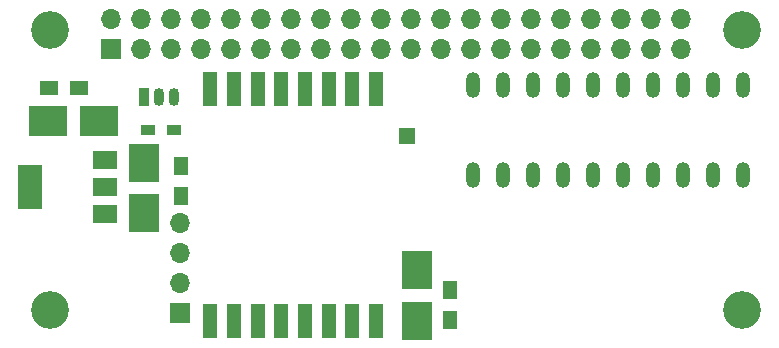
<source format=gts>
%TF.GenerationSoftware,KiCad,Pcbnew,no-vcs-found-47f37ef~60~ubuntu15.04.1*%
%TF.CreationDate,2017-10-10T23:18:27+03:00*%
%TF.ProjectId,rpi_zero,7270695F7A65726F2E6B696361645F70,rev?*%
%TF.SameCoordinates,Original*%
%TF.FileFunction,Soldermask,Top*%
%TF.FilePolarity,Negative*%
%FSLAX46Y46*%
G04 Gerber Fmt 4.6, Leading zero omitted, Abs format (unit mm)*
G04 Created by KiCad (PCBNEW no-vcs-found-47f37ef~60~ubuntu15.04.1) date Tue Oct 10 23:18:27 2017*
%MOMM*%
%LPD*%
G01*
G04 APERTURE LIST*
%ADD10O,1.200000X2.200000*%
%ADD11C,3.200000*%
%ADD12O,1.700000X1.700000*%
%ADD13R,1.700000X1.700000*%
%ADD14R,2.500000X3.200000*%
%ADD15R,1.250000X1.500000*%
%ADD16R,1.500000X1.250000*%
%ADD17R,3.200000X2.500000*%
%ADD18R,1.200000X3.000000*%
%ADD19R,2.000000X1.500000*%
%ADD20R,2.000000X3.800000*%
%ADD21R,1.200000X0.900000*%
%ADD22R,0.900000X1.500000*%
%ADD23O,0.900000X1.500000*%
%ADD24R,1.350000X1.350000*%
G04 APERTURE END LIST*
D10*
X171411880Y-94979420D03*
X168871880Y-94979420D03*
X166331880Y-94979420D03*
X163791880Y-94979420D03*
X151091880Y-87359420D03*
X148551880Y-87359420D03*
X148551880Y-94979420D03*
X151091880Y-94979420D03*
X153631880Y-87359420D03*
X156171880Y-87359420D03*
X158711880Y-87359420D03*
X161251880Y-87359420D03*
X161251880Y-94979420D03*
X158711880Y-94979420D03*
X156171880Y-94979420D03*
X153631880Y-94979420D03*
X163791880Y-87359420D03*
X166331880Y-87359420D03*
X168871880Y-87359420D03*
X171411880Y-87359420D03*
D11*
X112711880Y-82659420D03*
X112711880Y-106359420D03*
X171311880Y-106359420D03*
X171311880Y-82659420D03*
D12*
X166171880Y-81719420D03*
X166171880Y-84259420D03*
X163631880Y-81719420D03*
X163631880Y-84259420D03*
X161091880Y-81719420D03*
X161091880Y-84259420D03*
X158551880Y-81719420D03*
X158551880Y-84259420D03*
X156011880Y-81719420D03*
X156011880Y-84259420D03*
X153471880Y-81719420D03*
X153471880Y-84259420D03*
X150931880Y-81719420D03*
X150931880Y-84259420D03*
X148391880Y-81719420D03*
X148391880Y-84259420D03*
X145851880Y-81719420D03*
X145851880Y-84259420D03*
X143311880Y-81719420D03*
X143311880Y-84259420D03*
X140771880Y-81719420D03*
X140771880Y-84259420D03*
X138231880Y-81719420D03*
X138231880Y-84259420D03*
X135691880Y-81719420D03*
X135691880Y-84259420D03*
X133151880Y-81719420D03*
X133151880Y-84259420D03*
X130611880Y-81719420D03*
X130611880Y-84259420D03*
X128071880Y-81719420D03*
X128071880Y-84259420D03*
X125531880Y-81719420D03*
X125531880Y-84259420D03*
X122991880Y-81719420D03*
X122991880Y-84259420D03*
X120451880Y-81719420D03*
X120451880Y-84259420D03*
X117911880Y-81719420D03*
D13*
X117911880Y-84259420D03*
D14*
X143811880Y-103009420D03*
X143811880Y-107309420D03*
D15*
X146611880Y-107209420D03*
X146611880Y-104709420D03*
D16*
X115161880Y-87559420D03*
X112661880Y-87559420D03*
D17*
X112561880Y-90359420D03*
X116861880Y-90359420D03*
D14*
X120711880Y-93909420D03*
X120711880Y-98209420D03*
D15*
X123811880Y-96709420D03*
X123811880Y-94209420D03*
D18*
X126311880Y-107359420D03*
X128311880Y-107359420D03*
X130311880Y-107359420D03*
X132311880Y-107359420D03*
X134311880Y-107359420D03*
X136311880Y-107359420D03*
X138311880Y-107359420D03*
X140311880Y-107359420D03*
X140311880Y-87659420D03*
X138311880Y-87659420D03*
X136311880Y-87659420D03*
X134311880Y-87659420D03*
X132311880Y-87659420D03*
X130311880Y-87659420D03*
X128311880Y-87659420D03*
X126311880Y-87659420D03*
D19*
X117361880Y-98259420D03*
X117361880Y-93659420D03*
X117361880Y-95959420D03*
D20*
X111061880Y-95959420D03*
D21*
X121011880Y-91159420D03*
X123211880Y-91159420D03*
D22*
X120711880Y-88359420D03*
D23*
X123251880Y-88359420D03*
X121981880Y-88359420D03*
D24*
X142911880Y-91659420D03*
D12*
X123711880Y-99039420D03*
X123711880Y-101579420D03*
X123711880Y-104119420D03*
D13*
X123711880Y-106659420D03*
M02*

</source>
